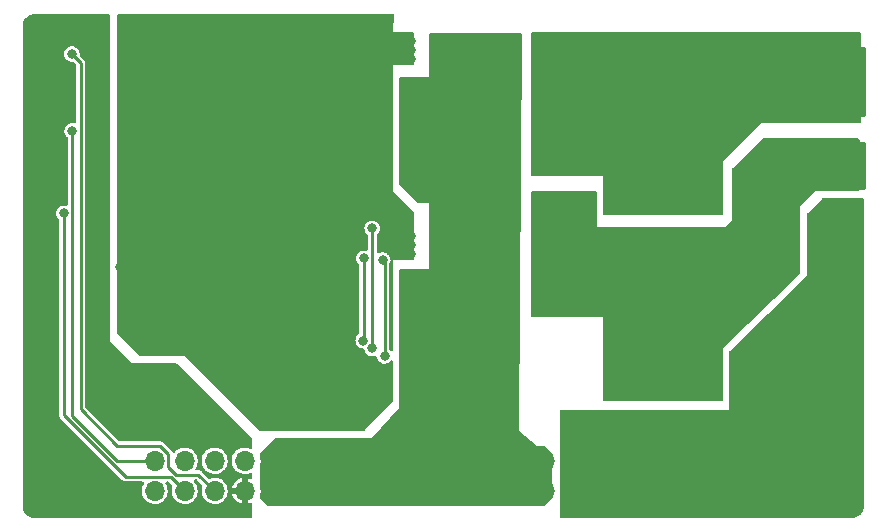
<source format=gbr>
%TF.GenerationSoftware,KiCad,Pcbnew,(6.0.0)*%
%TF.CreationDate,2022-03-21T15:13:20+09:00*%
%TF.ProjectId,MotorDriver base unit,4d6f746f-7244-4726-9976-657220626173,rev?*%
%TF.SameCoordinates,Original*%
%TF.FileFunction,Copper,L2,Bot*%
%TF.FilePolarity,Positive*%
%FSLAX46Y46*%
G04 Gerber Fmt 4.6, Leading zero omitted, Abs format (unit mm)*
G04 Created by KiCad (PCBNEW (6.0.0)) date 2022-03-21 15:13:20*
%MOMM*%
%LPD*%
G01*
G04 APERTURE LIST*
G04 Aperture macros list*
%AMRoundRect*
0 Rectangle with rounded corners*
0 $1 Rounding radius*
0 $2 $3 $4 $5 $6 $7 $8 $9 X,Y pos of 4 corners*
0 Add a 4 corners polygon primitive as box body*
4,1,4,$2,$3,$4,$5,$6,$7,$8,$9,$2,$3,0*
0 Add four circle primitives for the rounded corners*
1,1,$1+$1,$2,$3*
1,1,$1+$1,$4,$5*
1,1,$1+$1,$6,$7*
1,1,$1+$1,$8,$9*
0 Add four rect primitives between the rounded corners*
20,1,$1+$1,$2,$3,$4,$5,0*
20,1,$1+$1,$4,$5,$6,$7,0*
20,1,$1+$1,$6,$7,$8,$9,0*
20,1,$1+$1,$8,$9,$2,$3,0*%
G04 Aperture macros list end*
%TA.AperFunction,ComponentPad*%
%ADD10R,1.700000X1.700000*%
%TD*%
%TA.AperFunction,ComponentPad*%
%ADD11O,1.700000X1.700000*%
%TD*%
%TA.AperFunction,SMDPad,CuDef*%
%ADD12RoundRect,0.100000X-3.600000X-1.900000X3.600000X-1.900000X3.600000X1.900000X-3.600000X1.900000X0*%
%TD*%
%TA.AperFunction,SMDPad,CuDef*%
%ADD13RoundRect,0.102000X-3.598000X2.898000X-3.598000X-2.898000X3.598000X-2.898000X3.598000X2.898000X0*%
%TD*%
%TA.AperFunction,SMDPad,CuDef*%
%ADD14R,1.800000X2.500000*%
%TD*%
%TA.AperFunction,ViaPad*%
%ADD15C,0.800000*%
%TD*%
%TA.AperFunction,ViaPad*%
%ADD16C,1.000000*%
%TD*%
%TA.AperFunction,Conductor*%
%ADD17C,0.250000*%
%TD*%
G04 APERTURE END LIST*
D10*
%TO.P,J1,1*%
%TO.N,GNDA*%
X177165000Y-117475000D03*
D11*
%TO.P,J1,2*%
X177165000Y-120015000D03*
%TO.P,J1,3*%
X174625000Y-117475000D03*
%TO.P,J1,4*%
X174625000Y-120015000D03*
%TO.P,J1,5*%
X172085000Y-117475000D03*
%TO.P,J1,6*%
X172085000Y-120015000D03*
%TO.P,J1,7*%
X169545000Y-117475000D03*
%TO.P,J1,8*%
X169545000Y-120015000D03*
%TO.P,J1,9*%
X167005000Y-117475000D03*
%TO.P,J1,10*%
X167005000Y-120015000D03*
%TO.P,J1,11*%
X164465000Y-117475000D03*
%TO.P,J1,12*%
X164465000Y-120015000D03*
%TO.P,J1,13*%
X161925000Y-117475000D03*
%TO.P,J1,14*%
X161925000Y-120015000D03*
%TO.P,J1,15*%
X159385000Y-117475000D03*
%TO.P,J1,16*%
X159385000Y-120015000D03*
%TO.P,J1,17*%
X156845000Y-117475000D03*
%TO.P,J1,18*%
X156845000Y-120015000D03*
%TO.P,J1,19*%
X154305000Y-117475000D03*
%TO.P,J1,20*%
X154305000Y-120015000D03*
%TO.P,J1,21*%
%TO.N,+BATT*%
X151765000Y-117475000D03*
%TO.P,J1,22*%
X151765000Y-120015000D03*
%TO.P,J1,23*%
X149225000Y-117475000D03*
%TO.P,J1,24*%
X149225000Y-120015000D03*
%TO.P,J1,25*%
X146685000Y-117475000D03*
%TO.P,J1,26*%
X146685000Y-120015000D03*
%TO.P,J1,27*%
X144145000Y-117475000D03*
%TO.P,J1,28*%
X144145000Y-120015000D03*
%TO.P,J1,29*%
X141605000Y-117475000D03*
%TO.P,J1,30*%
X141605000Y-120015000D03*
%TO.P,J1,31*%
X139065000Y-117475000D03*
%TO.P,J1,32*%
X139065000Y-120015000D03*
%TO.P,J1,33*%
X136525000Y-117475000D03*
%TO.P,J1,34*%
X136525000Y-120015000D03*
%TO.P,J1,35*%
X133985000Y-117475000D03*
%TO.P,J1,36*%
X133985000Y-120015000D03*
%TO.P,J1,37*%
X131445000Y-117475000D03*
%TO.P,J1,38*%
X131445000Y-120015000D03*
%TO.P,J1,39*%
X128905000Y-117475000D03*
%TO.P,J1,40*%
X128905000Y-120015000D03*
%TO.P,J1,41*%
%TO.N,Net-(J1-Pad41)*%
X126365000Y-117475000D03*
%TO.P,J1,42*%
%TO.N,GND*%
X126365000Y-120015000D03*
%TO.P,J1,43*%
%TO.N,Net-(J1-Pad43)*%
X123825000Y-117475000D03*
%TO.P,J1,44*%
%TO.N,CCW_M1*%
X123825000Y-120015000D03*
%TO.P,J1,45*%
%TO.N,Net-(J1-Pad45)*%
X121285000Y-117475000D03*
%TO.P,J1,46*%
%TO.N,CW_M1*%
X121285000Y-120015000D03*
%TO.P,J1,47*%
%TO.N,SD_M1*%
X118745000Y-117475000D03*
%TO.P,J1,48*%
%TO.N,+5V*%
X118745000Y-120015000D03*
%TD*%
D12*
%TO.P,J7,1*%
%TO.N,Net-(C31-Pad2)*%
X175260000Y-92492000D03*
D13*
%TO.P,J7,2*%
%TO.N,Net-(C32-Pad2)*%
X175260000Y-85392000D03*
%TD*%
D14*
%TO.P,D71,1*%
%TO.N,Net-(C31-Pad2)*%
X153670000Y-95980000D03*
%TO.P,D71,2*%
%TO.N,Net-(C32-Pad2)*%
X153670000Y-91980000D03*
%TD*%
D15*
%TO.N,GND*%
X116840000Y-121285000D03*
X108585000Y-80645000D03*
X108585000Y-86360000D03*
X108585000Y-93345000D03*
X111125000Y-121285000D03*
X125095000Y-115570000D03*
X114300000Y-80645000D03*
X114300000Y-93345000D03*
X114300000Y-86360000D03*
X114300000Y-99695000D03*
X109220000Y-119380000D03*
X108585000Y-99695000D03*
%TO.N,GNDA*%
X139700000Y-99949000D03*
X140462000Y-98425000D03*
X139700000Y-98425000D03*
X139700000Y-99187000D03*
X138938000Y-98425000D03*
X138938000Y-99187000D03*
X140462000Y-99187000D03*
X138938000Y-99949000D03*
X140462000Y-99949000D03*
X138938000Y-81915000D03*
X119380000Y-107696000D03*
X175260000Y-106045000D03*
X134874000Y-90424000D03*
X136906000Y-80772000D03*
X131318000Y-98552000D03*
X175260000Y-111125000D03*
X122936000Y-98552000D03*
X117602000Y-103886000D03*
X120904000Y-99822000D03*
X116332000Y-85598000D03*
X116586000Y-80772000D03*
X136144000Y-114046000D03*
X138938000Y-82677000D03*
X126238000Y-81026000D03*
X131826000Y-92456000D03*
X116586000Y-96520000D03*
X123190000Y-107188000D03*
X125730000Y-94234000D03*
X171450000Y-113665000D03*
X116332000Y-92456000D03*
X134112000Y-114046000D03*
X177800000Y-95885000D03*
X177800000Y-106045000D03*
X122682000Y-87630000D03*
X122936000Y-81026000D03*
X129540000Y-92456000D03*
X177800000Y-111125000D03*
X139700000Y-81915000D03*
X128016000Y-107188000D03*
X131826000Y-114046000D03*
X129540000Y-114046000D03*
X115824000Y-101092000D03*
X130302000Y-107188000D03*
X140462000Y-81915000D03*
X138938000Y-83439000D03*
X140462000Y-82677000D03*
X137160000Y-93218000D03*
X176530000Y-103505000D03*
X132588000Y-107188000D03*
X172720000Y-111125000D03*
X129540000Y-81026000D03*
X176530000Y-108585000D03*
X134366000Y-107188000D03*
X139700000Y-83439000D03*
X125730000Y-84074000D03*
X120142000Y-87376000D03*
X176530000Y-113665000D03*
X132334000Y-82550000D03*
X118110000Y-100838000D03*
X126238000Y-90424000D03*
X116586000Y-106172000D03*
X136398000Y-87376000D03*
X125730000Y-107188000D03*
X116586000Y-89662000D03*
X140462000Y-83439000D03*
X131064000Y-88138000D03*
X120396000Y-94234000D03*
X173990000Y-113665000D03*
X139700000Y-82677000D03*
X175260000Y-95885000D03*
X123190000Y-92202000D03*
D16*
%TO.N,+BATT*%
X140462000Y-108331000D03*
X143510000Y-108331000D03*
X145542000Y-108331000D03*
X146558000Y-108331000D03*
X147574000Y-108331000D03*
X141478000Y-108331000D03*
X142494000Y-108331000D03*
X144526000Y-108331000D03*
X148590000Y-108331000D03*
X140462000Y-103251000D03*
X143510000Y-103251000D03*
X145542000Y-103251000D03*
X146558000Y-103251000D03*
X147574000Y-103251000D03*
X141478000Y-103251000D03*
X142494000Y-103251000D03*
X144526000Y-103251000D03*
X148590000Y-103251000D03*
X141478000Y-104267000D03*
X145542000Y-101219000D03*
X141478000Y-105283000D03*
X146558000Y-101219000D03*
X142494000Y-101219000D03*
X145542000Y-102235000D03*
X145542000Y-100203000D03*
X140462000Y-102235000D03*
X144526000Y-101219000D03*
X144526000Y-102235000D03*
X148590000Y-102235000D03*
X148590000Y-101219000D03*
X148590000Y-100203000D03*
X147574000Y-101219000D03*
X143510000Y-101219000D03*
X140462000Y-104267000D03*
X146558000Y-100203000D03*
X146558000Y-102235000D03*
X141478000Y-102235000D03*
X143510000Y-102235000D03*
X144526000Y-100203000D03*
X147574000Y-102235000D03*
X140462000Y-105283000D03*
X142494000Y-100203000D03*
X142494000Y-102235000D03*
X147574000Y-100203000D03*
X143510000Y-100203000D03*
X143510000Y-95123000D03*
X145542000Y-95123000D03*
X146558000Y-95123000D03*
X147574000Y-95123000D03*
X141478000Y-95123000D03*
X142494000Y-95123000D03*
X144526000Y-95123000D03*
X148590000Y-95123000D03*
X141478000Y-92075000D03*
X145542000Y-93091000D03*
X141478000Y-93091000D03*
X140462000Y-91059000D03*
X146558000Y-93091000D03*
X142494000Y-93091000D03*
X147574000Y-91059000D03*
X142494000Y-89027000D03*
X140462000Y-90043000D03*
X145542000Y-94107000D03*
X145542000Y-92075000D03*
X144526000Y-91059000D03*
X146558000Y-89027000D03*
X144526000Y-89027000D03*
X144526000Y-90043000D03*
X143510000Y-91059000D03*
X148590000Y-91059000D03*
X145542000Y-89027000D03*
X140462000Y-94107000D03*
X142494000Y-91059000D03*
X145542000Y-90043000D03*
X148590000Y-89027000D03*
X146558000Y-88011000D03*
X146558000Y-90043000D03*
X141478000Y-90043000D03*
X144526000Y-93091000D03*
X144526000Y-94107000D03*
X148590000Y-94107000D03*
X148590000Y-93091000D03*
X148590000Y-92075000D03*
X145542000Y-91059000D03*
X147574000Y-93091000D03*
X143510000Y-93091000D03*
X140462000Y-92075000D03*
X146558000Y-92075000D03*
X146558000Y-94107000D03*
X141478000Y-94107000D03*
X143510000Y-94107000D03*
X144526000Y-92075000D03*
X146558000Y-91059000D03*
X147574000Y-94107000D03*
X141478000Y-91059000D03*
X141478000Y-88011000D03*
X141478000Y-89027000D03*
X140462000Y-93091000D03*
X145542000Y-88011000D03*
X142494000Y-92075000D03*
X148590000Y-90043000D03*
X148590000Y-88011000D03*
X142494000Y-94107000D03*
X147574000Y-92075000D03*
X147574000Y-89027000D03*
X143510000Y-89027000D03*
X140462000Y-88011000D03*
X143510000Y-92075000D03*
X147574000Y-90043000D03*
X140462000Y-86995000D03*
X143510000Y-86995000D03*
X142494000Y-90043000D03*
X145542000Y-86995000D03*
X147574000Y-86995000D03*
X141478000Y-86995000D03*
X142494000Y-86995000D03*
X148590000Y-86995000D03*
X142494000Y-88011000D03*
X144526000Y-86995000D03*
X145542000Y-84963000D03*
X143510000Y-88011000D03*
X146558000Y-86995000D03*
X147574000Y-88011000D03*
X140462000Y-89027000D03*
X143510000Y-90043000D03*
X144526000Y-88011000D03*
X143510000Y-83947000D03*
X146558000Y-85979000D03*
X144526000Y-84963000D03*
X148590000Y-84963000D03*
X148590000Y-83947000D03*
X147574000Y-84963000D03*
X140462000Y-85979000D03*
X148590000Y-85979000D03*
X145542000Y-85979000D03*
X141478000Y-85979000D03*
X142494000Y-85979000D03*
X147574000Y-85979000D03*
X146558000Y-84963000D03*
X144526000Y-85979000D03*
X146558000Y-83947000D03*
X147574000Y-83947000D03*
X143510000Y-85979000D03*
X144526000Y-83947000D03*
X143510000Y-84963000D03*
X142494000Y-83947000D03*
X142494000Y-84963000D03*
X145542000Y-83947000D03*
X142494000Y-81915000D03*
X148590000Y-81915000D03*
X145542000Y-82931000D03*
X147574000Y-81915000D03*
X146558000Y-82931000D03*
X145542000Y-81915000D03*
X142494000Y-82931000D03*
X146558000Y-81915000D03*
X144526000Y-82931000D03*
X148590000Y-82931000D03*
X147574000Y-82931000D03*
X143510000Y-81915000D03*
X144526000Y-81915000D03*
X143510000Y-82931000D03*
X147574000Y-106299000D03*
X147574000Y-109347000D03*
X143510000Y-98171000D03*
X148590000Y-111379000D03*
X145542000Y-107315000D03*
X147574000Y-99187000D03*
X147574000Y-104267000D03*
X144526000Y-105283000D03*
X144526000Y-107315000D03*
X148590000Y-109347000D03*
X145542000Y-104267000D03*
X147574000Y-105283000D03*
X142494000Y-106299000D03*
X145542000Y-106299000D03*
X148590000Y-99187000D03*
X148590000Y-107315000D03*
X143510000Y-104267000D03*
X146558000Y-99187000D03*
X144526000Y-99187000D03*
X144526000Y-109347000D03*
X145542000Y-99187000D03*
X141478000Y-106299000D03*
X140462000Y-109347000D03*
X143510000Y-107315000D03*
X148590000Y-106299000D03*
X147574000Y-107315000D03*
X143510000Y-111379000D03*
X144526000Y-98171000D03*
X140462000Y-110363000D03*
X142494000Y-111379000D03*
X146558000Y-110363000D03*
X140462000Y-111379000D03*
X147574000Y-110363000D03*
X141478000Y-107315000D03*
X143510000Y-105283000D03*
X144526000Y-104267000D03*
X145542000Y-105283000D03*
X146558000Y-111379000D03*
X142494000Y-110363000D03*
X147574000Y-111379000D03*
X146558000Y-109347000D03*
X143510000Y-106299000D03*
X145542000Y-98171000D03*
X141478000Y-109347000D03*
X143510000Y-110363000D03*
X144526000Y-111379000D03*
X147574000Y-98171000D03*
X140462000Y-106299000D03*
X142494000Y-99187000D03*
X146558000Y-98171000D03*
X142494000Y-104267000D03*
X144526000Y-110363000D03*
X146558000Y-104267000D03*
X146558000Y-107315000D03*
X146558000Y-106299000D03*
X145542000Y-109347000D03*
X143510000Y-99187000D03*
X142494000Y-107315000D03*
X142494000Y-105283000D03*
X143510000Y-109347000D03*
X144526000Y-106299000D03*
X148590000Y-110363000D03*
X145542000Y-111379000D03*
X148590000Y-104267000D03*
X148590000Y-105283000D03*
X141478000Y-110363000D03*
X142494000Y-109347000D03*
X142494000Y-98171000D03*
X148590000Y-98171000D03*
X141478000Y-111379000D03*
X146558000Y-105283000D03*
X140462000Y-107315000D03*
X145542000Y-110363000D03*
D15*
%TO.N,CW_M1*%
X111035000Y-96520000D03*
%TO.N,CCW_M1*%
X111737390Y-83033577D03*
%TO.N,SD_M1*%
X111760000Y-89535000D03*
D16*
%TO.N,Net-(C31-Pad2)*%
X161798000Y-106299000D03*
X156718000Y-100203000D03*
X155702000Y-99187000D03*
X157734000Y-100203000D03*
X162814000Y-100203000D03*
X165862000Y-101219000D03*
X158750000Y-100203000D03*
X159766000Y-100203000D03*
X165862000Y-100203000D03*
X156718000Y-99187000D03*
X154686000Y-101219000D03*
X156718000Y-101219000D03*
X154686000Y-99187000D03*
X164846000Y-100203000D03*
X163830000Y-100203000D03*
X160782000Y-100203000D03*
X155702000Y-101219000D03*
X154686000Y-100203000D03*
X155702000Y-100203000D03*
X161798000Y-100203000D03*
X164846000Y-99187000D03*
X161798000Y-99187000D03*
X159766000Y-99187000D03*
X157734000Y-99187000D03*
X163830000Y-99187000D03*
X165862000Y-99187000D03*
X160782000Y-99187000D03*
X162814000Y-99187000D03*
X158750000Y-99187000D03*
X161798000Y-101219000D03*
X158750000Y-101219000D03*
X162814000Y-101219000D03*
X163830000Y-101219000D03*
X159766000Y-101219000D03*
X157734000Y-101219000D03*
X164846000Y-101219000D03*
X160782000Y-101219000D03*
X157734000Y-108331000D03*
X161798000Y-104267000D03*
X164846000Y-111379000D03*
X153670000Y-102235000D03*
X151638000Y-101219000D03*
X165862000Y-108331000D03*
X165862000Y-103251000D03*
X158750000Y-102235000D03*
X163830000Y-106299000D03*
X158750000Y-105283000D03*
X163830000Y-109347000D03*
X157734000Y-109347000D03*
X163830000Y-107315000D03*
X161798000Y-102235000D03*
X163830000Y-104267000D03*
X162814000Y-106299000D03*
D15*
X137160000Y-107950000D03*
D16*
X159766000Y-106299000D03*
X161798000Y-110363000D03*
X158750000Y-110363000D03*
X151638000Y-99187000D03*
X162814000Y-104267000D03*
X164846000Y-108331000D03*
X158750000Y-109347000D03*
X158750000Y-106299000D03*
X157734000Y-111379000D03*
X162814000Y-109347000D03*
X165862000Y-105283000D03*
X158750000Y-111379000D03*
X151638000Y-100203000D03*
X152654000Y-100203000D03*
X160782000Y-110363000D03*
X157734000Y-103251000D03*
X156718000Y-103251000D03*
X158750000Y-104267000D03*
X159766000Y-111379000D03*
X165862000Y-106299000D03*
X154686000Y-104267000D03*
X154686000Y-102235000D03*
X162814000Y-111379000D03*
X162814000Y-103251000D03*
X162814000Y-110363000D03*
X153670000Y-101219000D03*
D15*
X137160000Y-97790000D03*
D16*
X152654000Y-102235000D03*
X161798000Y-105283000D03*
X163830000Y-102235000D03*
X155702000Y-102235000D03*
X165862000Y-110363000D03*
X159766000Y-108331000D03*
X160782000Y-105283000D03*
X159766000Y-107315000D03*
X159766000Y-104267000D03*
X161798000Y-103251000D03*
X164846000Y-109347000D03*
X159766000Y-109347000D03*
X163830000Y-103251000D03*
X160782000Y-109347000D03*
X160782000Y-107315000D03*
X163830000Y-111379000D03*
X165862000Y-104267000D03*
X162814000Y-107315000D03*
X165862000Y-107315000D03*
X164846000Y-105283000D03*
X151638000Y-104267000D03*
X165862000Y-111379000D03*
X161798000Y-109347000D03*
X162814000Y-105283000D03*
X165862000Y-102235000D03*
X160782000Y-103251000D03*
X158750000Y-108331000D03*
X160782000Y-104267000D03*
X164846000Y-107315000D03*
X161798000Y-111379000D03*
X157734000Y-107315000D03*
X158750000Y-103251000D03*
X153670000Y-103251000D03*
X164846000Y-103251000D03*
X157734000Y-102235000D03*
X163830000Y-110363000D03*
X162814000Y-102235000D03*
X163830000Y-105283000D03*
X161798000Y-107315000D03*
X153670000Y-104267000D03*
X163830000Y-108331000D03*
X164846000Y-102235000D03*
X153670000Y-99187000D03*
X154686000Y-103251000D03*
X156718000Y-102235000D03*
X157734000Y-110363000D03*
X151638000Y-102235000D03*
X157734000Y-105283000D03*
X161798000Y-108331000D03*
X157734000Y-104267000D03*
X157734000Y-106299000D03*
X164846000Y-106299000D03*
X160782000Y-108331000D03*
X160782000Y-106299000D03*
X159766000Y-110363000D03*
X158750000Y-107315000D03*
X155702000Y-103251000D03*
X152654000Y-99187000D03*
X159766000Y-102235000D03*
X152654000Y-103251000D03*
X160782000Y-102235000D03*
X152654000Y-104267000D03*
X160782000Y-111379000D03*
X159766000Y-103251000D03*
X151638000Y-103251000D03*
X153670000Y-100203000D03*
X164846000Y-110363000D03*
X155702000Y-104267000D03*
X156718000Y-104267000D03*
X164846000Y-104267000D03*
X159766000Y-105283000D03*
X165862000Y-109347000D03*
X162814000Y-108331000D03*
X152654000Y-101219000D03*
%TO.N,Net-(C32-Pad2)*%
X156718000Y-86995000D03*
X152654000Y-83947000D03*
X155702000Y-85979000D03*
X157734000Y-86995000D03*
X152654000Y-88011000D03*
X162814000Y-86995000D03*
X153670000Y-83947000D03*
X165862000Y-88011000D03*
X153670000Y-86995000D03*
X152654000Y-84963000D03*
X158750000Y-86995000D03*
X153670000Y-84963000D03*
X159766000Y-86995000D03*
X153670000Y-82931000D03*
X165862000Y-86995000D03*
X151638000Y-86995000D03*
X156718000Y-85979000D03*
X154686000Y-88011000D03*
X152654000Y-85979000D03*
X152654000Y-86995000D03*
X156718000Y-88011000D03*
X154686000Y-85979000D03*
X153670000Y-85979000D03*
X151638000Y-85979000D03*
X151638000Y-84963000D03*
X151638000Y-88011000D03*
X164846000Y-86995000D03*
X153670000Y-88011000D03*
X163830000Y-86995000D03*
X160782000Y-86995000D03*
X155702000Y-88011000D03*
X151638000Y-82931000D03*
X154686000Y-86995000D03*
X152654000Y-82931000D03*
X155702000Y-86995000D03*
X161798000Y-86995000D03*
X151638000Y-83947000D03*
X164846000Y-85979000D03*
X165862000Y-84963000D03*
X161798000Y-83947000D03*
X162814000Y-84963000D03*
X161798000Y-85979000D03*
X165862000Y-83947000D03*
X159766000Y-85979000D03*
X162814000Y-83947000D03*
X157734000Y-85979000D03*
X164846000Y-82931000D03*
X154686000Y-82931000D03*
X163830000Y-85979000D03*
X155702000Y-83947000D03*
X158750000Y-82931000D03*
X161798000Y-84963000D03*
X159766000Y-84963000D03*
X165862000Y-85979000D03*
X163830000Y-83947000D03*
X156718000Y-83947000D03*
X159766000Y-83947000D03*
X155702000Y-84963000D03*
X161798000Y-82931000D03*
X157734000Y-82931000D03*
X159766000Y-82931000D03*
X158750000Y-83947000D03*
X163830000Y-82931000D03*
X160782000Y-83947000D03*
X165862000Y-82931000D03*
X155702000Y-82931000D03*
X154686000Y-83947000D03*
X157734000Y-84963000D03*
X154686000Y-84963000D03*
X164846000Y-83947000D03*
X160782000Y-85979000D03*
X157734000Y-83947000D03*
X160782000Y-82931000D03*
X162814000Y-82931000D03*
X156718000Y-84963000D03*
X160782000Y-84963000D03*
X156718000Y-82931000D03*
X158750000Y-84963000D03*
X164846000Y-84963000D03*
X163830000Y-84963000D03*
X162814000Y-85979000D03*
X158750000Y-85979000D03*
X159766000Y-94107000D03*
X162814000Y-92075000D03*
X162814000Y-95123000D03*
X157734000Y-94107000D03*
X157734000Y-93091000D03*
X157734000Y-92075000D03*
X159766000Y-92075000D03*
X158750000Y-94107000D03*
X160782000Y-92075000D03*
X157734000Y-95123000D03*
X165862000Y-92075000D03*
X161798000Y-93091000D03*
X159766000Y-95123000D03*
X158750000Y-95123000D03*
X158750000Y-93091000D03*
X165862000Y-93091000D03*
X164846000Y-93091000D03*
X158750000Y-92075000D03*
X161798000Y-95123000D03*
X164846000Y-94107000D03*
X165862000Y-95123000D03*
X162814000Y-94107000D03*
X165862000Y-94107000D03*
X162814000Y-93091000D03*
X164846000Y-92075000D03*
X163830000Y-95123000D03*
X160782000Y-94107000D03*
X163830000Y-92075000D03*
X160782000Y-93091000D03*
X159766000Y-93091000D03*
X164846000Y-95123000D03*
X160782000Y-95123000D03*
X163830000Y-94107000D03*
X163830000Y-93091000D03*
X161798000Y-94107000D03*
X161798000Y-92075000D03*
X159766000Y-91059000D03*
X158750000Y-89027000D03*
X161798000Y-88011000D03*
X158750000Y-88011000D03*
X162814000Y-88011000D03*
X164846000Y-90043000D03*
X157734000Y-91059000D03*
X158750000Y-90043000D03*
X160782000Y-90043000D03*
X162814000Y-91059000D03*
X158750000Y-91059000D03*
X162814000Y-90043000D03*
X163830000Y-88011000D03*
X163830000Y-89027000D03*
X160782000Y-89027000D03*
X159766000Y-88011000D03*
X160782000Y-91059000D03*
X157734000Y-90043000D03*
X163830000Y-90043000D03*
X161798000Y-89027000D03*
X157734000Y-88011000D03*
X164846000Y-88011000D03*
X165862000Y-91059000D03*
X164846000Y-91059000D03*
X161798000Y-91059000D03*
X161798000Y-90043000D03*
X165862000Y-90043000D03*
X164846000Y-89027000D03*
X157734000Y-89027000D03*
X159766000Y-90043000D03*
X159766000Y-89027000D03*
X160782000Y-88011000D03*
X165862000Y-89027000D03*
X163830000Y-91059000D03*
X162814000Y-89027000D03*
D15*
%TO.N,Net-(D27-Pad1)*%
X138212999Y-108585000D03*
X138049000Y-100457000D03*
%TO.N,Net-(D28-Pad1)*%
X136434990Y-100330000D03*
X136407732Y-107291126D03*
%TD*%
D17*
%TO.N,CW_M1*%
X116298589Y-118839999D02*
X111035000Y-113576410D01*
X111035000Y-113576410D02*
X111035000Y-96520000D01*
X120109999Y-118839999D02*
X116298589Y-118839999D01*
X121285000Y-120015000D02*
X120109999Y-118839999D01*
%TO.N,CCW_M1*%
X119214002Y-116205000D02*
X115570000Y-116205000D01*
X112485001Y-83781188D02*
X111737390Y-83033577D01*
X119920001Y-116910999D02*
X119214002Y-116205000D01*
X122460001Y-118650001D02*
X120556411Y-118650001D01*
X120556411Y-118650001D02*
X119920001Y-118013591D01*
X112485001Y-113120001D02*
X112485001Y-83781188D01*
X123825000Y-120015000D02*
X122460001Y-118650001D01*
X115570000Y-116205000D02*
X112485001Y-113120001D01*
X119920001Y-118013591D02*
X119920001Y-116910999D01*
%TO.N,SD_M1*%
X111760000Y-113665000D02*
X111760000Y-89535000D01*
X115570000Y-117475000D02*
X111760000Y-113665000D01*
X118745000Y-117475000D02*
X115570000Y-117475000D01*
%TO.N,Net-(C31-Pad2)*%
X137160000Y-97790000D02*
X137160000Y-107950000D01*
%TO.N,Net-(D27-Pad1)*%
X138212999Y-108167001D02*
X138212999Y-108585000D01*
X138212999Y-100620999D02*
X138049000Y-100457000D01*
X138212999Y-108167001D02*
X138212999Y-100620999D01*
%TO.N,Net-(D28-Pad1)*%
X136434990Y-100330000D02*
X136434990Y-107263868D01*
X136434990Y-107263868D02*
X136407732Y-107291126D01*
%TD*%
%TA.AperFunction,Conductor*%
%TO.N,GNDA*%
G36*
X138979657Y-79649002D02*
G01*
X139026150Y-79702658D01*
X139037216Y-79763977D01*
X138938000Y-81153000D01*
X140590000Y-81153000D01*
X140658121Y-81173002D01*
X140704614Y-81226658D01*
X140716000Y-81279000D01*
X140716000Y-83821000D01*
X140695998Y-83889121D01*
X140642342Y-83935614D01*
X140590000Y-83947000D01*
X138938000Y-83947000D01*
X138938000Y-94615000D01*
X138945761Y-94623315D01*
X140682113Y-96483693D01*
X140713970Y-96547141D01*
X140716000Y-96569665D01*
X140716000Y-100331000D01*
X140695998Y-100399121D01*
X140642342Y-100445614D01*
X140590000Y-100457000D01*
X138938000Y-100457000D01*
X138938000Y-100464794D01*
X138923442Y-100481595D01*
X138863716Y-100519979D01*
X138855870Y-100519979D01*
X138907106Y-100552802D01*
X138936692Y-100617340D01*
X138938000Y-100635451D01*
X138938000Y-108078510D01*
X138917998Y-108146631D01*
X138864342Y-108193124D01*
X138794068Y-108203228D01*
X138729488Y-108173734D01*
X138717539Y-108160365D01*
X138716877Y-108160949D01*
X138711854Y-108155251D01*
X138707552Y-108148992D01*
X138634680Y-108084065D01*
X138597125Y-108023816D01*
X138592499Y-107989989D01*
X138592499Y-100862871D01*
X138616175Y-100789347D01*
X138626755Y-100774624D01*
X138685842Y-100627641D01*
X138687257Y-100617699D01*
X138687995Y-100616076D01*
X138688878Y-100612782D01*
X138689427Y-100612929D01*
X138716657Y-100553076D01*
X138776328Y-100514606D01*
X138784340Y-100514594D01*
X138732993Y-100481596D01*
X138703130Y-100414220D01*
X138701303Y-100399121D01*
X138689276Y-100299733D01*
X138633280Y-100151546D01*
X138543553Y-100020992D01*
X138533717Y-100012228D01*
X138430946Y-99920664D01*
X138425275Y-99915611D01*
X138417889Y-99911700D01*
X138291988Y-99845039D01*
X138291989Y-99845039D01*
X138285274Y-99841484D01*
X138131633Y-99802892D01*
X138124034Y-99802852D01*
X138124033Y-99802852D01*
X138058181Y-99802507D01*
X137973221Y-99802062D01*
X137965841Y-99803834D01*
X137965839Y-99803834D01*
X137826563Y-99837271D01*
X137826560Y-99837272D01*
X137819184Y-99839043D01*
X137723289Y-99888538D01*
X137653583Y-99902007D01*
X137587659Y-99875652D01*
X137546450Y-99817840D01*
X137539500Y-99776572D01*
X137539500Y-98384730D01*
X137559502Y-98316609D01*
X137583669Y-98288919D01*
X137639536Y-98241204D01*
X137645314Y-98236269D01*
X137737755Y-98107624D01*
X137796842Y-97960641D01*
X137819162Y-97803807D01*
X137819307Y-97790000D01*
X137800276Y-97632733D01*
X137744280Y-97484546D01*
X137654553Y-97353992D01*
X137536275Y-97248611D01*
X137528889Y-97244700D01*
X137402988Y-97178039D01*
X137402989Y-97178039D01*
X137396274Y-97174484D01*
X137242633Y-97135892D01*
X137235034Y-97135852D01*
X137235033Y-97135852D01*
X137169181Y-97135507D01*
X137084221Y-97135062D01*
X137076841Y-97136834D01*
X137076839Y-97136834D01*
X136937563Y-97170271D01*
X136937560Y-97170272D01*
X136930184Y-97172043D01*
X136789414Y-97244700D01*
X136670039Y-97348838D01*
X136578950Y-97478444D01*
X136521406Y-97626037D01*
X136500729Y-97783096D01*
X136518113Y-97940553D01*
X136572553Y-98089319D01*
X136660908Y-98220805D01*
X136666527Y-98225918D01*
X136666528Y-98225919D01*
X136739299Y-98292135D01*
X136776222Y-98352775D01*
X136780500Y-98385329D01*
X136780500Y-99580359D01*
X136760498Y-99648480D01*
X136706842Y-99694973D01*
X136636568Y-99705077D01*
X136623807Y-99702564D01*
X136517623Y-99675892D01*
X136510024Y-99675852D01*
X136510023Y-99675852D01*
X136444171Y-99675507D01*
X136359211Y-99675062D01*
X136351831Y-99676834D01*
X136351829Y-99676834D01*
X136212553Y-99710271D01*
X136212550Y-99710272D01*
X136205174Y-99712043D01*
X136064404Y-99784700D01*
X135945029Y-99888838D01*
X135853940Y-100018444D01*
X135844117Y-100043639D01*
X135802046Y-100151546D01*
X135796396Y-100166037D01*
X135795404Y-100173570D01*
X135795404Y-100173571D01*
X135778795Y-100299733D01*
X135775719Y-100323096D01*
X135776553Y-100330646D01*
X135790503Y-100457000D01*
X135793103Y-100480553D01*
X135795713Y-100487684D01*
X135795713Y-100487686D01*
X135843291Y-100617699D01*
X135847543Y-100629319D01*
X135935898Y-100760805D01*
X135941517Y-100765918D01*
X135941518Y-100765919D01*
X136014289Y-100832135D01*
X136051212Y-100892775D01*
X136055490Y-100925329D01*
X136055490Y-106672534D01*
X136035488Y-106740655D01*
X136012320Y-106767483D01*
X135917771Y-106849964D01*
X135826682Y-106979570D01*
X135769138Y-107127163D01*
X135748461Y-107284222D01*
X135765845Y-107441679D01*
X135768455Y-107448810D01*
X135768455Y-107448812D01*
X135788587Y-107503824D01*
X135820285Y-107590445D01*
X135908640Y-107721931D01*
X135914259Y-107727044D01*
X135914260Y-107727045D01*
X136020192Y-107823435D01*
X136025808Y-107828545D01*
X136165025Y-107904134D01*
X136318254Y-107944333D01*
X136363767Y-107945048D01*
X136390113Y-107945462D01*
X136457911Y-107966531D01*
X136503556Y-108020911D01*
X136513373Y-108057619D01*
X136516293Y-108084066D01*
X136518113Y-108100553D01*
X136520723Y-108107684D01*
X136520723Y-108107686D01*
X136551989Y-108193124D01*
X136572553Y-108249319D01*
X136660908Y-108380805D01*
X136666527Y-108385918D01*
X136666528Y-108385919D01*
X136749444Y-108461366D01*
X136778076Y-108487419D01*
X136917293Y-108563008D01*
X137070522Y-108603207D01*
X137154477Y-108604526D01*
X137221319Y-108605576D01*
X137221322Y-108605576D01*
X137228916Y-108605695D01*
X137383332Y-108570329D01*
X137390117Y-108566917D01*
X137395904Y-108564833D01*
X137466773Y-108560576D01*
X137528693Y-108595310D01*
X137562005Y-108658006D01*
X137563825Y-108669551D01*
X137571112Y-108735553D01*
X137573722Y-108742684D01*
X137573722Y-108742686D01*
X137608726Y-108838338D01*
X137625552Y-108884319D01*
X137629788Y-108890622D01*
X137629788Y-108890623D01*
X137680009Y-108965359D01*
X137713907Y-109015805D01*
X137719526Y-109020918D01*
X137719527Y-109020919D01*
X137730902Y-109031269D01*
X137831075Y-109122419D01*
X137970292Y-109198008D01*
X138123521Y-109238207D01*
X138207476Y-109239526D01*
X138274318Y-109240576D01*
X138274321Y-109240576D01*
X138281915Y-109240695D01*
X138436331Y-109205329D01*
X138509632Y-109168463D01*
X138571071Y-109137563D01*
X138571074Y-109137561D01*
X138577854Y-109134151D01*
X138583625Y-109129222D01*
X138583628Y-109129220D01*
X138692535Y-109036204D01*
X138692535Y-109036203D01*
X138698313Y-109031269D01*
X138709678Y-109015453D01*
X138765672Y-108971805D01*
X138836376Y-108965359D01*
X138899340Y-108998162D01*
X138934574Y-109059798D01*
X138938000Y-109088979D01*
X138938000Y-112344692D01*
X138917998Y-112412813D01*
X138903350Y-112431474D01*
X136562257Y-114895782D01*
X136500837Y-114931394D01*
X136470907Y-114935000D01*
X127687190Y-114935000D01*
X127619069Y-114914998D01*
X127598095Y-114898095D01*
X121285000Y-108585000D01*
X117527190Y-108585000D01*
X117459069Y-108564998D01*
X117438095Y-108548095D01*
X115606905Y-106716905D01*
X115572879Y-106654593D01*
X115570000Y-106627810D01*
X115570000Y-79755000D01*
X115590002Y-79686879D01*
X115643658Y-79640386D01*
X115696000Y-79629000D01*
X138911536Y-79629000D01*
X138979657Y-79649002D01*
G37*
%TD.AperFunction*%
%TD*%
%TA.AperFunction,Conductor*%
%TO.N,GND*%
G36*
X114877121Y-79649002D02*
G01*
X114923614Y-79702658D01*
X114935000Y-79755000D01*
X114935000Y-107315000D01*
X116840000Y-109220000D01*
X120597810Y-109220000D01*
X120665931Y-109240002D01*
X120686905Y-109256905D01*
X126963095Y-115533095D01*
X126997121Y-115595407D01*
X127000000Y-115622190D01*
X127000000Y-116353171D01*
X126979998Y-116421292D01*
X126926342Y-116467785D01*
X126856068Y-116477889D01*
X126827310Y-116470201D01*
X126685403Y-116413586D01*
X126680039Y-116411446D01*
X126674379Y-116410320D01*
X126674375Y-116410319D01*
X126486613Y-116372971D01*
X126486610Y-116372971D01*
X126480946Y-116371844D01*
X126475171Y-116371768D01*
X126475167Y-116371768D01*
X126373793Y-116370441D01*
X126277971Y-116369187D01*
X126272274Y-116370166D01*
X126272273Y-116370166D01*
X126083607Y-116402585D01*
X126077910Y-116403564D01*
X125887463Y-116473824D01*
X125713010Y-116577612D01*
X125708670Y-116581418D01*
X125708666Y-116581421D01*
X125593998Y-116681983D01*
X125560392Y-116711455D01*
X125556817Y-116715990D01*
X125556816Y-116715991D01*
X125547008Y-116728432D01*
X125434720Y-116870869D01*
X125432031Y-116875980D01*
X125432029Y-116875983D01*
X125419073Y-116900609D01*
X125340203Y-117050515D01*
X125280007Y-117244378D01*
X125256148Y-117445964D01*
X125269424Y-117648522D01*
X125270845Y-117654118D01*
X125270846Y-117654123D01*
X125291119Y-117733945D01*
X125319392Y-117845269D01*
X125321809Y-117850512D01*
X125357416Y-117927749D01*
X125404377Y-118029616D01*
X125521533Y-118195389D01*
X125525675Y-118199424D01*
X125582637Y-118254913D01*
X125666938Y-118337035D01*
X125835720Y-118449812D01*
X125841023Y-118452090D01*
X125841026Y-118452092D01*
X125965321Y-118505493D01*
X126022228Y-118529942D01*
X126095244Y-118546464D01*
X126214579Y-118573467D01*
X126214584Y-118573468D01*
X126220216Y-118574742D01*
X126225987Y-118574969D01*
X126225989Y-118574969D01*
X126285756Y-118577317D01*
X126423053Y-118582712D01*
X126523499Y-118568148D01*
X126618231Y-118554413D01*
X126618236Y-118554412D01*
X126623945Y-118553584D01*
X126629409Y-118551729D01*
X126629414Y-118551728D01*
X126765616Y-118505493D01*
X126816165Y-118488334D01*
X126821214Y-118485507D01*
X126822749Y-118484823D01*
X126893116Y-118475387D01*
X126957413Y-118505493D01*
X126995228Y-118565581D01*
X127000000Y-118599929D01*
X127000000Y-118893710D01*
X126979998Y-118961831D01*
X126926342Y-119008324D01*
X126856068Y-119018428D01*
X126827310Y-119010740D01*
X126685260Y-118954068D01*
X126674232Y-118950801D01*
X126636769Y-118943350D01*
X126623894Y-118944502D01*
X126619000Y-118959658D01*
X126619000Y-121075681D01*
X126622966Y-121089187D01*
X126631672Y-121090433D01*
X126810488Y-121029733D01*
X126822751Y-121024273D01*
X126893118Y-121014839D01*
X126957415Y-121044945D01*
X126995229Y-121105034D01*
X127000000Y-121139380D01*
X127000000Y-122175000D01*
X126979998Y-122243121D01*
X126926342Y-122289614D01*
X126874000Y-122301000D01*
X108622425Y-122301000D01*
X108597847Y-122298579D01*
X108585000Y-122296024D01*
X108572828Y-122298445D01*
X108561301Y-122298445D01*
X108550320Y-122297966D01*
X108528122Y-122296024D01*
X108419551Y-122286525D01*
X108397930Y-122282713D01*
X108248152Y-122242580D01*
X108227516Y-122235069D01*
X108086990Y-122169540D01*
X108067970Y-122158558D01*
X107940954Y-122069621D01*
X107924129Y-122055503D01*
X107814497Y-121945871D01*
X107800379Y-121929046D01*
X107711442Y-121802030D01*
X107700460Y-121783010D01*
X107634931Y-121642484D01*
X107627419Y-121621846D01*
X107587287Y-121472070D01*
X107583474Y-121450446D01*
X107572034Y-121319680D01*
X107571555Y-121308699D01*
X107571555Y-121297172D01*
X107573976Y-121285000D01*
X107571421Y-121272153D01*
X107569000Y-121247575D01*
X107569000Y-96513096D01*
X110375729Y-96513096D01*
X110393113Y-96670553D01*
X110447553Y-96819319D01*
X110535908Y-96950805D01*
X110541527Y-96955918D01*
X110541528Y-96955919D01*
X110614299Y-97022135D01*
X110651222Y-97082775D01*
X110655500Y-97115329D01*
X110655500Y-113522490D01*
X110652951Y-113546438D01*
X110652872Y-113548103D01*
X110650680Y-113558286D01*
X110651904Y-113568627D01*
X110654627Y-113591633D01*
X110654977Y-113597564D01*
X110655072Y-113597556D01*
X110655500Y-113602734D01*
X110655500Y-113607934D01*
X110656354Y-113613063D01*
X110656354Y-113613066D01*
X110658669Y-113626975D01*
X110659506Y-113632853D01*
X110665530Y-113683751D01*
X110669493Y-113692003D01*
X110670996Y-113701036D01*
X110675943Y-113710205D01*
X110675944Y-113710207D01*
X110695334Y-113746142D01*
X110698031Y-113751435D01*
X110716785Y-113790492D01*
X110716788Y-113790496D01*
X110720219Y-113797642D01*
X110723814Y-113801918D01*
X110725737Y-113803841D01*
X110727509Y-113805773D01*
X110727552Y-113805852D01*
X110727428Y-113805965D01*
X110727904Y-113806505D01*
X110730990Y-113812224D01*
X110738635Y-113819291D01*
X110770586Y-113848826D01*
X110774152Y-113852256D01*
X115992111Y-119070215D01*
X116007253Y-119088963D01*
X116008368Y-119090188D01*
X116014018Y-119098939D01*
X116022196Y-119105386D01*
X116022198Y-119105388D01*
X116040389Y-119119728D01*
X116044830Y-119123674D01*
X116044892Y-119123601D01*
X116048856Y-119126960D01*
X116052533Y-119130637D01*
X116068281Y-119141891D01*
X116072951Y-119145397D01*
X116113236Y-119177155D01*
X116121870Y-119180187D01*
X116129323Y-119185513D01*
X116178439Y-119200202D01*
X116184081Y-119202035D01*
X116224956Y-119216389D01*
X116232440Y-119219017D01*
X116238005Y-119219499D01*
X116240713Y-119219499D01*
X116243347Y-119219613D01*
X116243445Y-119219642D01*
X116243438Y-119219806D01*
X116244142Y-119219850D01*
X116250367Y-119221712D01*
X116304224Y-119219596D01*
X116309171Y-119219499D01*
X117707564Y-119219499D01*
X117775685Y-119239501D01*
X117822178Y-119293157D01*
X117832282Y-119363431D01*
X117814503Y-119410755D01*
X117814720Y-119410869D01*
X117720203Y-119590515D01*
X117660007Y-119784378D01*
X117636148Y-119985964D01*
X117649424Y-120188522D01*
X117650845Y-120194118D01*
X117650846Y-120194123D01*
X117697927Y-120379502D01*
X117699392Y-120385269D01*
X117701809Y-120390512D01*
X117739010Y-120471208D01*
X117784377Y-120569616D01*
X117901533Y-120735389D01*
X118046938Y-120877035D01*
X118215720Y-120989812D01*
X118221023Y-120992090D01*
X118221026Y-120992092D01*
X118395811Y-121067185D01*
X118402228Y-121069942D01*
X118467140Y-121084630D01*
X118594579Y-121113467D01*
X118594584Y-121113468D01*
X118600216Y-121114742D01*
X118605987Y-121114969D01*
X118605989Y-121114969D01*
X118665756Y-121117317D01*
X118803053Y-121122712D01*
X118903499Y-121108148D01*
X118998231Y-121094413D01*
X118998236Y-121094412D01*
X119003945Y-121093584D01*
X119009409Y-121091729D01*
X119009414Y-121091728D01*
X119190693Y-121030192D01*
X119190698Y-121030190D01*
X119196165Y-121028334D01*
X119203417Y-121024273D01*
X119271470Y-120986161D01*
X119373276Y-120929147D01*
X119435934Y-120877035D01*
X119524913Y-120803031D01*
X119529345Y-120799345D01*
X119659147Y-120643276D01*
X119758334Y-120466165D01*
X119760190Y-120460698D01*
X119760192Y-120460693D01*
X119821728Y-120279414D01*
X119821729Y-120279409D01*
X119823584Y-120273945D01*
X119824412Y-120268236D01*
X119824413Y-120268231D01*
X119852179Y-120076727D01*
X119852712Y-120073053D01*
X119854232Y-120015000D01*
X119835658Y-119812859D01*
X119834090Y-119807299D01*
X119782125Y-119623046D01*
X119782124Y-119623044D01*
X119780557Y-119617487D01*
X119769978Y-119596033D01*
X119693331Y-119440609D01*
X119690776Y-119435428D01*
X119679920Y-119420890D01*
X119655187Y-119354341D01*
X119670359Y-119284984D01*
X119720620Y-119234841D01*
X119780876Y-119219499D01*
X119900615Y-119219499D01*
X119968736Y-119239501D01*
X119989710Y-119256404D01*
X120221477Y-119488171D01*
X120255503Y-119550483D01*
X120252715Y-119614630D01*
X120200007Y-119784378D01*
X120176148Y-119985964D01*
X120189424Y-120188522D01*
X120190845Y-120194118D01*
X120190846Y-120194123D01*
X120237927Y-120379502D01*
X120239392Y-120385269D01*
X120241809Y-120390512D01*
X120279010Y-120471208D01*
X120324377Y-120569616D01*
X120441533Y-120735389D01*
X120586938Y-120877035D01*
X120755720Y-120989812D01*
X120761023Y-120992090D01*
X120761026Y-120992092D01*
X120935811Y-121067185D01*
X120942228Y-121069942D01*
X121007140Y-121084630D01*
X121134579Y-121113467D01*
X121134584Y-121113468D01*
X121140216Y-121114742D01*
X121145987Y-121114969D01*
X121145989Y-121114969D01*
X121205756Y-121117317D01*
X121343053Y-121122712D01*
X121443499Y-121108148D01*
X121538231Y-121094413D01*
X121538236Y-121094412D01*
X121543945Y-121093584D01*
X121549409Y-121091729D01*
X121549414Y-121091728D01*
X121730693Y-121030192D01*
X121730698Y-121030190D01*
X121736165Y-121028334D01*
X121743417Y-121024273D01*
X121811470Y-120986161D01*
X121913276Y-120929147D01*
X121975934Y-120877035D01*
X122064913Y-120803031D01*
X122069345Y-120799345D01*
X122199147Y-120643276D01*
X122298334Y-120466165D01*
X122300190Y-120460698D01*
X122300192Y-120460693D01*
X122361728Y-120279414D01*
X122361729Y-120279409D01*
X122363584Y-120273945D01*
X122364412Y-120268236D01*
X122364413Y-120268231D01*
X122392179Y-120076727D01*
X122392712Y-120073053D01*
X122394232Y-120015000D01*
X122375658Y-119812859D01*
X122374090Y-119807299D01*
X122322125Y-119623046D01*
X122322124Y-119623044D01*
X122320557Y-119617487D01*
X122309978Y-119596033D01*
X122233331Y-119440609D01*
X122230776Y-119435428D01*
X122109320Y-119272779D01*
X122082541Y-119248025D01*
X122046096Y-119187098D01*
X122048376Y-119116138D01*
X122088659Y-119057675D01*
X122154153Y-119030272D01*
X122168070Y-119029501D01*
X122250617Y-119029501D01*
X122318738Y-119049503D01*
X122339712Y-119066406D01*
X122761477Y-119488171D01*
X122795503Y-119550483D01*
X122792715Y-119614630D01*
X122740007Y-119784378D01*
X122716148Y-119985964D01*
X122729424Y-120188522D01*
X122730845Y-120194118D01*
X122730846Y-120194123D01*
X122777927Y-120379502D01*
X122779392Y-120385269D01*
X122781809Y-120390512D01*
X122819010Y-120471208D01*
X122864377Y-120569616D01*
X122981533Y-120735389D01*
X123126938Y-120877035D01*
X123295720Y-120989812D01*
X123301023Y-120992090D01*
X123301026Y-120992092D01*
X123475811Y-121067185D01*
X123482228Y-121069942D01*
X123547140Y-121084630D01*
X123674579Y-121113467D01*
X123674584Y-121113468D01*
X123680216Y-121114742D01*
X123685987Y-121114969D01*
X123685989Y-121114969D01*
X123745756Y-121117317D01*
X123883053Y-121122712D01*
X123983499Y-121108148D01*
X124078231Y-121094413D01*
X124078236Y-121094412D01*
X124083945Y-121093584D01*
X124089409Y-121091729D01*
X124089414Y-121091728D01*
X124270693Y-121030192D01*
X124270698Y-121030190D01*
X124276165Y-121028334D01*
X124283417Y-121024273D01*
X124351470Y-120986161D01*
X124453276Y-120929147D01*
X124515934Y-120877035D01*
X124604913Y-120803031D01*
X124609345Y-120799345D01*
X124739147Y-120643276D01*
X124838334Y-120466165D01*
X124840190Y-120460698D01*
X124840192Y-120460693D01*
X124900863Y-120281962D01*
X125293671Y-120281962D01*
X125318443Y-120379502D01*
X125322284Y-120390348D01*
X125402394Y-120564120D01*
X125408145Y-120574081D01*
X125518579Y-120730343D01*
X125526057Y-120739098D01*
X125663114Y-120872612D01*
X125672058Y-120879855D01*
X125831156Y-120986161D01*
X125841266Y-120991651D01*
X126017077Y-121067185D01*
X126028020Y-121070740D01*
X126093332Y-121085519D01*
X126107405Y-121084630D01*
X126111000Y-121075232D01*
X126111000Y-120287115D01*
X126106525Y-120271876D01*
X126105135Y-120270671D01*
X126097452Y-120269000D01*
X125308494Y-120269000D01*
X125294963Y-120272973D01*
X125293671Y-120281962D01*
X124900863Y-120281962D01*
X124901728Y-120279414D01*
X124901729Y-120279409D01*
X124903584Y-120273945D01*
X124904412Y-120268236D01*
X124904413Y-120268231D01*
X124932179Y-120076727D01*
X124932712Y-120073053D01*
X124934232Y-120015000D01*
X124915658Y-119812859D01*
X124914090Y-119807299D01*
X124900129Y-119757799D01*
X125292943Y-119757799D01*
X125299675Y-119761000D01*
X126092885Y-119761000D01*
X126108124Y-119756525D01*
X126109329Y-119755135D01*
X126111000Y-119747452D01*
X126111000Y-118956500D01*
X126107194Y-118943538D01*
X126092279Y-118941602D01*
X126083732Y-118943071D01*
X126072620Y-118946048D01*
X125893095Y-119012279D01*
X125882717Y-119017229D01*
X125718273Y-119115063D01*
X125708961Y-119121829D01*
X125565097Y-119247994D01*
X125557180Y-119256337D01*
X125438718Y-119406605D01*
X125432450Y-119416256D01*
X125343358Y-119585592D01*
X125338953Y-119596227D01*
X125293162Y-119743698D01*
X125292943Y-119757799D01*
X124900129Y-119757799D01*
X124862125Y-119623046D01*
X124862124Y-119623044D01*
X124860557Y-119617487D01*
X124849978Y-119596033D01*
X124773331Y-119440609D01*
X124770776Y-119435428D01*
X124649320Y-119272779D01*
X124511550Y-119145425D01*
X124504503Y-119138911D01*
X124500258Y-119134987D01*
X124495375Y-119131906D01*
X124495371Y-119131903D01*
X124349728Y-119040010D01*
X124328581Y-119026667D01*
X124140039Y-118951446D01*
X124134379Y-118950320D01*
X124134375Y-118950319D01*
X123946613Y-118912971D01*
X123946610Y-118912971D01*
X123940946Y-118911844D01*
X123935171Y-118911768D01*
X123935167Y-118911768D01*
X123833793Y-118910441D01*
X123737971Y-118909187D01*
X123732274Y-118910166D01*
X123732273Y-118910166D01*
X123549328Y-118941602D01*
X123537910Y-118943564D01*
X123432671Y-118982389D01*
X123361839Y-118987201D01*
X123299966Y-118953272D01*
X122766479Y-118419785D01*
X122751337Y-118401037D01*
X122750222Y-118399812D01*
X122744572Y-118391061D01*
X122736394Y-118384614D01*
X122736392Y-118384612D01*
X122718201Y-118370272D01*
X122713760Y-118366326D01*
X122713698Y-118366399D01*
X122709734Y-118363040D01*
X122706057Y-118359363D01*
X122690309Y-118348109D01*
X122685639Y-118344603D01*
X122645354Y-118312845D01*
X122636720Y-118309813D01*
X122629267Y-118304487D01*
X122580151Y-118289798D01*
X122574509Y-118287965D01*
X122533634Y-118273611D01*
X122533633Y-118273611D01*
X122526150Y-118270983D01*
X122520585Y-118270501D01*
X122517877Y-118270501D01*
X122515243Y-118270387D01*
X122515145Y-118270358D01*
X122515152Y-118270194D01*
X122514448Y-118270150D01*
X122508223Y-118268288D01*
X122454366Y-118270404D01*
X122449419Y-118270501D01*
X122320473Y-118270501D01*
X122252352Y-118250499D01*
X122205859Y-118196843D01*
X122195755Y-118126569D01*
X122210537Y-118082937D01*
X122298334Y-117926165D01*
X122300190Y-117920698D01*
X122300192Y-117920693D01*
X122361728Y-117739414D01*
X122361729Y-117739409D01*
X122363584Y-117733945D01*
X122364412Y-117728236D01*
X122364413Y-117728231D01*
X122392179Y-117536727D01*
X122392712Y-117533053D01*
X122394232Y-117475000D01*
X122391564Y-117445964D01*
X122716148Y-117445964D01*
X122729424Y-117648522D01*
X122730845Y-117654118D01*
X122730846Y-117654123D01*
X122751119Y-117733945D01*
X122779392Y-117845269D01*
X122781809Y-117850512D01*
X122817416Y-117927749D01*
X122864377Y-118029616D01*
X122981533Y-118195389D01*
X122985675Y-118199424D01*
X123042637Y-118254913D01*
X123126938Y-118337035D01*
X123295720Y-118449812D01*
X123301023Y-118452090D01*
X123301026Y-118452092D01*
X123425321Y-118505493D01*
X123482228Y-118529942D01*
X123555244Y-118546464D01*
X123674579Y-118573467D01*
X123674584Y-118573468D01*
X123680216Y-118574742D01*
X123685987Y-118574969D01*
X123685989Y-118574969D01*
X123745756Y-118577317D01*
X123883053Y-118582712D01*
X123983499Y-118568148D01*
X124078231Y-118554413D01*
X124078236Y-118554412D01*
X124083945Y-118553584D01*
X124089409Y-118551729D01*
X124089414Y-118551728D01*
X124270693Y-118490192D01*
X124270698Y-118490190D01*
X124276165Y-118488334D01*
X124282435Y-118484823D01*
X124372526Y-118434369D01*
X124453276Y-118389147D01*
X124480628Y-118366399D01*
X124597127Y-118269507D01*
X124609345Y-118259345D01*
X124666463Y-118190669D01*
X124735453Y-118107718D01*
X124735455Y-118107715D01*
X124739147Y-118103276D01*
X124838334Y-117926165D01*
X124840190Y-117920698D01*
X124840192Y-117920693D01*
X124901728Y-117739414D01*
X124901729Y-117739409D01*
X124903584Y-117733945D01*
X124904412Y-117728236D01*
X124904413Y-117728231D01*
X124932179Y-117536727D01*
X124932712Y-117533053D01*
X124934232Y-117475000D01*
X124915658Y-117272859D01*
X124914090Y-117267299D01*
X124862125Y-117083046D01*
X124862124Y-117083044D01*
X124860557Y-117077487D01*
X124849978Y-117056033D01*
X124773331Y-116900609D01*
X124770776Y-116895428D01*
X124765530Y-116888402D01*
X124690933Y-116788506D01*
X124649320Y-116732779D01*
X124500258Y-116594987D01*
X124495375Y-116591906D01*
X124495371Y-116591903D01*
X124333464Y-116489748D01*
X124328581Y-116486667D01*
X124140039Y-116411446D01*
X124134379Y-116410320D01*
X124134375Y-116410319D01*
X123946613Y-116372971D01*
X123946610Y-116372971D01*
X123940946Y-116371844D01*
X123935171Y-116371768D01*
X123935167Y-116371768D01*
X123833793Y-116370441D01*
X123737971Y-116369187D01*
X123732274Y-116370166D01*
X123732273Y-116370166D01*
X123543607Y-116402585D01*
X123537910Y-116403564D01*
X123347463Y-116473824D01*
X123173010Y-116577612D01*
X123168670Y-116581418D01*
X123168666Y-116581421D01*
X123053998Y-116681983D01*
X123020392Y-116711455D01*
X123016817Y-116715990D01*
X123016816Y-116715991D01*
X123007008Y-116728432D01*
X122894720Y-116870869D01*
X122892031Y-116875980D01*
X122892029Y-116875983D01*
X122879073Y-116900609D01*
X122800203Y-117050515D01*
X122740007Y-117244378D01*
X122716148Y-117445964D01*
X122391564Y-117445964D01*
X122375658Y-117272859D01*
X122374090Y-117267299D01*
X122322125Y-117083046D01*
X122322124Y-117083044D01*
X122320557Y-117077487D01*
X122309978Y-117056033D01*
X122233331Y-116900609D01*
X122230776Y-116895428D01*
X122225530Y-116888402D01*
X122150933Y-116788506D01*
X122109320Y-116732779D01*
X121960258Y-116594987D01*
X121955375Y-116591906D01*
X121955371Y-116591903D01*
X121793464Y-116489748D01*
X121788581Y-116486667D01*
X121600039Y-116411446D01*
X121594379Y-116410320D01*
X121594375Y-116410319D01*
X121406613Y-116372971D01*
X121406610Y-116372971D01*
X121400946Y-116371844D01*
X121395171Y-116371768D01*
X121395167Y-116371768D01*
X121293793Y-116370441D01*
X121197971Y-116369187D01*
X121192274Y-116370166D01*
X121192273Y-116370166D01*
X121003607Y-116402585D01*
X120997910Y-116403564D01*
X120807463Y-116473824D01*
X120633010Y-116577612D01*
X120628670Y-116581418D01*
X120628666Y-116581421D01*
X120513998Y-116681983D01*
X120480392Y-116711455D01*
X120476817Y-116715990D01*
X120476814Y-116715993D01*
X120459304Y-116738204D01*
X120401422Y-116779317D01*
X120330502Y-116782609D01*
X120269060Y-116747037D01*
X120246774Y-116714742D01*
X120234781Y-116689767D01*
X120231187Y-116685491D01*
X120229247Y-116683551D01*
X120227494Y-116681640D01*
X120227445Y-116681550D01*
X120227568Y-116681438D01*
X120227096Y-116680903D01*
X120224011Y-116675185D01*
X120184414Y-116638582D01*
X120180849Y-116635153D01*
X119520480Y-115974784D01*
X119505338Y-115956036D01*
X119504223Y-115954811D01*
X119498573Y-115946060D01*
X119490395Y-115939613D01*
X119490393Y-115939611D01*
X119472202Y-115925271D01*
X119467761Y-115921325D01*
X119467699Y-115921398D01*
X119463735Y-115918039D01*
X119460058Y-115914362D01*
X119444310Y-115903108D01*
X119439640Y-115899602D01*
X119399355Y-115867844D01*
X119390721Y-115864812D01*
X119383268Y-115859486D01*
X119334152Y-115844797D01*
X119328510Y-115842964D01*
X119287635Y-115828610D01*
X119287634Y-115828610D01*
X119280151Y-115825982D01*
X119274586Y-115825500D01*
X119271878Y-115825500D01*
X119269244Y-115825386D01*
X119269146Y-115825357D01*
X119269153Y-115825193D01*
X119268449Y-115825149D01*
X119262224Y-115823287D01*
X119208367Y-115825403D01*
X119203420Y-115825500D01*
X115779384Y-115825500D01*
X115711263Y-115805498D01*
X115690289Y-115788595D01*
X112901406Y-112999712D01*
X112867380Y-112937400D01*
X112864501Y-112910617D01*
X112864501Y-83835113D01*
X112867051Y-83811155D01*
X112867129Y-83809496D01*
X112869322Y-83799312D01*
X112868098Y-83788970D01*
X112868098Y-83788967D01*
X112865375Y-83765967D01*
X112865025Y-83760036D01*
X112864929Y-83760044D01*
X112864501Y-83754868D01*
X112864501Y-83749664D01*
X112861328Y-83730600D01*
X112860497Y-83724754D01*
X112856297Y-83689272D01*
X112854471Y-83673847D01*
X112850508Y-83665595D01*
X112849005Y-83656562D01*
X112824666Y-83611454D01*
X112821970Y-83606163D01*
X112803216Y-83567107D01*
X112803215Y-83567106D01*
X112799782Y-83559956D01*
X112796188Y-83555681D01*
X112794263Y-83553756D01*
X112792492Y-83551826D01*
X112792446Y-83551741D01*
X112792569Y-83551629D01*
X112792097Y-83551094D01*
X112789011Y-83545374D01*
X112749414Y-83508771D01*
X112745849Y-83505342D01*
X112427533Y-83187026D01*
X112393507Y-83124714D01*
X112391885Y-83080178D01*
X112395971Y-83051469D01*
X112395971Y-83051463D01*
X112396552Y-83047384D01*
X112396697Y-83033577D01*
X112377666Y-82876310D01*
X112321670Y-82728123D01*
X112231943Y-82597569D01*
X112113665Y-82492188D01*
X112106279Y-82488277D01*
X111980378Y-82421616D01*
X111980379Y-82421616D01*
X111973664Y-82418061D01*
X111820023Y-82379469D01*
X111812424Y-82379429D01*
X111812423Y-82379429D01*
X111746571Y-82379084D01*
X111661611Y-82378639D01*
X111654231Y-82380411D01*
X111654229Y-82380411D01*
X111514953Y-82413848D01*
X111514950Y-82413849D01*
X111507574Y-82415620D01*
X111366804Y-82488277D01*
X111247429Y-82592415D01*
X111156340Y-82722021D01*
X111098796Y-82869614D01*
X111078119Y-83026673D01*
X111080406Y-83047384D01*
X111090908Y-83142507D01*
X111095503Y-83184130D01*
X111149943Y-83332896D01*
X111238298Y-83464382D01*
X111243917Y-83469495D01*
X111243918Y-83469496D01*
X111337863Y-83554979D01*
X111355466Y-83570996D01*
X111494683Y-83646585D01*
X111647912Y-83686784D01*
X111744528Y-83688302D01*
X111806162Y-83689270D01*
X111873960Y-83710339D01*
X111893278Y-83726159D01*
X112068596Y-83901477D01*
X112102622Y-83963789D01*
X112105501Y-83990572D01*
X112105501Y-88785357D01*
X112085499Y-88853478D01*
X112031843Y-88899971D01*
X111961569Y-88910075D01*
X111948812Y-88907562D01*
X111842633Y-88880892D01*
X111835034Y-88880852D01*
X111835033Y-88880852D01*
X111769181Y-88880507D01*
X111684221Y-88880062D01*
X111676841Y-88881834D01*
X111676839Y-88881834D01*
X111537563Y-88915271D01*
X111537560Y-88915272D01*
X111530184Y-88917043D01*
X111389414Y-88989700D01*
X111270039Y-89093838D01*
X111178950Y-89223444D01*
X111176190Y-89230524D01*
X111127056Y-89356546D01*
X111121406Y-89371037D01*
X111120414Y-89378570D01*
X111120414Y-89378571D01*
X111103805Y-89504733D01*
X111100729Y-89528096D01*
X111101563Y-89535646D01*
X111115513Y-89662000D01*
X111118113Y-89685553D01*
X111120723Y-89692684D01*
X111120723Y-89692686D01*
X111163099Y-89808484D01*
X111172553Y-89834319D01*
X111260908Y-89965805D01*
X111266527Y-89970918D01*
X111266528Y-89970919D01*
X111339299Y-90037135D01*
X111376222Y-90097775D01*
X111380500Y-90130329D01*
X111380500Y-95770356D01*
X111360498Y-95838477D01*
X111306842Y-95884970D01*
X111236568Y-95895074D01*
X111223805Y-95892560D01*
X111125004Y-95867743D01*
X111125000Y-95867743D01*
X111117633Y-95865892D01*
X111110034Y-95865852D01*
X111110033Y-95865852D01*
X111044181Y-95865507D01*
X110959221Y-95865062D01*
X110951841Y-95866834D01*
X110951839Y-95866834D01*
X110812563Y-95900271D01*
X110812560Y-95900272D01*
X110805184Y-95902043D01*
X110664414Y-95974700D01*
X110545039Y-96078838D01*
X110453950Y-96208444D01*
X110396406Y-96356037D01*
X110375729Y-96513096D01*
X107569000Y-96513096D01*
X107569000Y-80682425D01*
X107571421Y-80657844D01*
X107571555Y-80657170D01*
X107573976Y-80645000D01*
X107571555Y-80632828D01*
X107571555Y-80621301D01*
X107572034Y-80610320D01*
X107583474Y-80479554D01*
X107587287Y-80457930D01*
X107627420Y-80308152D01*
X107634931Y-80287516D01*
X107700460Y-80146990D01*
X107711442Y-80127970D01*
X107800379Y-80000954D01*
X107814497Y-79984129D01*
X107924129Y-79874497D01*
X107940954Y-79860379D01*
X108067970Y-79771442D01*
X108086990Y-79760460D01*
X108227516Y-79694931D01*
X108248152Y-79687420D01*
X108397930Y-79647287D01*
X108419551Y-79643475D01*
X108550319Y-79632034D01*
X108561301Y-79631555D01*
X108572828Y-79631555D01*
X108585000Y-79633976D01*
X108597847Y-79631421D01*
X108622425Y-79629000D01*
X114809000Y-79629000D01*
X114877121Y-79649002D01*
G37*
%TD.AperFunction*%
%TD*%
%TA.AperFunction,Conductor*%
%TO.N,GNDA*%
G36*
X178758121Y-95270002D02*
G01*
X178804614Y-95323658D01*
X178816000Y-95376000D01*
X178816000Y-121247575D01*
X178813579Y-121272153D01*
X178811024Y-121285000D01*
X178813445Y-121297172D01*
X178813445Y-121308699D01*
X178812966Y-121319680D01*
X178801526Y-121450446D01*
X178797713Y-121472070D01*
X178757581Y-121621846D01*
X178750069Y-121642484D01*
X178684540Y-121783010D01*
X178673558Y-121802030D01*
X178584621Y-121929046D01*
X178570503Y-121945871D01*
X178460871Y-122055503D01*
X178444046Y-122069621D01*
X178317030Y-122158558D01*
X178298010Y-122169540D01*
X178157484Y-122235069D01*
X178136848Y-122242580D01*
X177987070Y-122282713D01*
X177965449Y-122286525D01*
X177856878Y-122296024D01*
X177834680Y-122297966D01*
X177823699Y-122298445D01*
X177812172Y-122298445D01*
X177800000Y-122296024D01*
X177787153Y-122298579D01*
X177762575Y-122301000D01*
X153161000Y-122301000D01*
X153092879Y-122280998D01*
X153046386Y-122227342D01*
X153035000Y-122175000D01*
X153035000Y-113283000D01*
X153055002Y-113214879D01*
X153108658Y-113168386D01*
X153161000Y-113157000D01*
X167386000Y-113157000D01*
X167386000Y-108257644D01*
X167406002Y-108189523D01*
X167424668Y-108166819D01*
X173976943Y-101866555D01*
X173990000Y-101854000D01*
X173990000Y-96572190D01*
X174010002Y-96504069D01*
X174026905Y-96483095D01*
X175223095Y-95286905D01*
X175285407Y-95252879D01*
X175312190Y-95250000D01*
X178690000Y-95250000D01*
X178758121Y-95270002D01*
G37*
%TD.AperFunction*%
%TD*%
%TA.AperFunction,Conductor*%
%TO.N,+BATT*%
G36*
X149801167Y-81300002D02*
G01*
X149847660Y-81353658D01*
X149859042Y-81406950D01*
X149606000Y-114935000D01*
X149613573Y-114941311D01*
X149613574Y-114941312D01*
X151116084Y-116193404D01*
X151116086Y-116193405D01*
X151130000Y-116205000D01*
X151712810Y-116205000D01*
X151780931Y-116225002D01*
X151801905Y-116241905D01*
X152363095Y-116803095D01*
X152397121Y-116865407D01*
X152400000Y-116892190D01*
X152400000Y-120597810D01*
X152379998Y-120665931D01*
X152363095Y-120686905D01*
X151801905Y-121248095D01*
X151739593Y-121282121D01*
X151712810Y-121285000D01*
X128322190Y-121285000D01*
X128254069Y-121264998D01*
X128233095Y-121248095D01*
X127671905Y-120686905D01*
X127637879Y-120624593D01*
X127635000Y-120597810D01*
X127635000Y-120527069D01*
X127640442Y-120490440D01*
X127695865Y-120308023D01*
X127695865Y-120308021D01*
X127697370Y-120303069D01*
X127726529Y-120081590D01*
X127728156Y-120015000D01*
X127709852Y-119792361D01*
X127655431Y-119575702D01*
X127645450Y-119552747D01*
X127635000Y-119502505D01*
X127635000Y-117987069D01*
X127640442Y-117950440D01*
X127695865Y-117768023D01*
X127695865Y-117768021D01*
X127697370Y-117763069D01*
X127726529Y-117541590D01*
X127728156Y-117475000D01*
X127709852Y-117252361D01*
X127655431Y-117035702D01*
X127645450Y-117012747D01*
X127635000Y-116962505D01*
X127635000Y-116892190D01*
X127655002Y-116824069D01*
X127671905Y-116803095D01*
X128868095Y-115606905D01*
X128930407Y-115572879D01*
X128957190Y-115570000D01*
X137160000Y-115570000D01*
X139446000Y-113030000D01*
X139446000Y-101345000D01*
X139466002Y-101276879D01*
X139519658Y-101230386D01*
X139572000Y-101219000D01*
X141986000Y-101219000D01*
X141986000Y-95631000D01*
X141025166Y-95631000D01*
X140957045Y-95610998D01*
X140932581Y-95590463D01*
X139479415Y-94016200D01*
X139447907Y-93952578D01*
X139446000Y-93930737D01*
X139446000Y-85089000D01*
X139466002Y-85020879D01*
X139519658Y-84974386D01*
X139572000Y-84963000D01*
X141986000Y-84963000D01*
X141986000Y-81406000D01*
X142006002Y-81337879D01*
X142059658Y-81291386D01*
X142112000Y-81280000D01*
X149733046Y-81280000D01*
X149801167Y-81300002D01*
G37*
%TD.AperFunction*%
%TD*%
%TA.AperFunction,Conductor*%
%TO.N,Net-(C32-Pad2)*%
G36*
X178504121Y-81173002D02*
G01*
X178550614Y-81226658D01*
X178562000Y-81279000D01*
X178562000Y-88774000D01*
X178541998Y-88842121D01*
X178488342Y-88888614D01*
X178436000Y-88900000D01*
X170180000Y-88900000D01*
X170172037Y-88907657D01*
X170172036Y-88907657D01*
X166891057Y-92062445D01*
X166878000Y-92075000D01*
X166878000Y-96521000D01*
X166857998Y-96589121D01*
X166804342Y-96635614D01*
X166752000Y-96647000D01*
X156844000Y-96647000D01*
X156775879Y-96626998D01*
X156729386Y-96573342D01*
X156718000Y-96521000D01*
X156718000Y-93345000D01*
X150748000Y-93345000D01*
X150679879Y-93324998D01*
X150633386Y-93271342D01*
X150622000Y-93219000D01*
X150622000Y-81279000D01*
X150642002Y-81210879D01*
X150695658Y-81164386D01*
X150748000Y-81153000D01*
X178436000Y-81153000D01*
X178504121Y-81173002D01*
G37*
%TD.AperFunction*%
%TD*%
%TA.AperFunction,Conductor*%
%TO.N,Net-(C31-Pad2)*%
G36*
X178377121Y-90190002D02*
G01*
X178423614Y-90243658D01*
X178435000Y-90296000D01*
X178435000Y-94489000D01*
X178414998Y-94557121D01*
X178361342Y-94603614D01*
X178309000Y-94615000D01*
X174625000Y-94615000D01*
X173355000Y-95885000D01*
X173355000Y-101623577D01*
X173334998Y-101691698D01*
X173316660Y-101714085D01*
X166878000Y-107950000D01*
X166878000Y-112269000D01*
X166857998Y-112337121D01*
X166804342Y-112383614D01*
X166752000Y-112395000D01*
X156844000Y-112395000D01*
X156775879Y-112374998D01*
X156729386Y-112321342D01*
X156718000Y-112269000D01*
X156718000Y-105283000D01*
X150748000Y-105283000D01*
X150679879Y-105262998D01*
X150633386Y-105209342D01*
X150622000Y-105157000D01*
X150622000Y-94741000D01*
X150642002Y-94672879D01*
X150695658Y-94626386D01*
X150748000Y-94615000D01*
X156084000Y-94615000D01*
X156152121Y-94635002D01*
X156198614Y-94688658D01*
X156210000Y-94741000D01*
X156210000Y-97663000D01*
X167005000Y-97663000D01*
X167640000Y-97155000D01*
X167640000Y-92762833D01*
X167660002Y-92694712D01*
X167677680Y-92672968D01*
X170187669Y-90206135D01*
X170250274Y-90172652D01*
X170275989Y-90170000D01*
X178309000Y-90170000D01*
X178377121Y-90190002D01*
G37*
%TD.AperFunction*%
%TD*%
M02*

</source>
